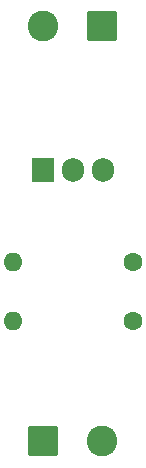
<source format=gbr>
%TF.GenerationSoftware,KiCad,Pcbnew,9.0.0*%
%TF.CreationDate,2025-03-24T16:00:58-05:00*%
%TF.ProjectId,DIIN-proyecto,4449494e-2d70-4726-9f79-6563746f2e6b,rev?*%
%TF.SameCoordinates,Original*%
%TF.FileFunction,Soldermask,Top*%
%TF.FilePolarity,Negative*%
%FSLAX46Y46*%
G04 Gerber Fmt 4.6, Leading zero omitted, Abs format (unit mm)*
G04 Created by KiCad (PCBNEW 9.0.0) date 2025-03-24 16:00:58*
%MOMM*%
%LPD*%
G01*
G04 APERTURE LIST*
G04 Aperture macros list*
%AMRoundRect*
0 Rectangle with rounded corners*
0 $1 Rounding radius*
0 $2 $3 $4 $5 $6 $7 $8 $9 X,Y pos of 4 corners*
0 Add a 4 corners polygon primitive as box body*
4,1,4,$2,$3,$4,$5,$6,$7,$8,$9,$2,$3,0*
0 Add four circle primitives for the rounded corners*
1,1,$1+$1,$2,$3*
1,1,$1+$1,$4,$5*
1,1,$1+$1,$6,$7*
1,1,$1+$1,$8,$9*
0 Add four rect primitives between the rounded corners*
20,1,$1+$1,$2,$3,$4,$5,0*
20,1,$1+$1,$4,$5,$6,$7,0*
20,1,$1+$1,$6,$7,$8,$9,0*
20,1,$1+$1,$8,$9,$2,$3,0*%
G04 Aperture macros list end*
%ADD10C,1.600000*%
%ADD11O,1.600000X1.600000*%
%ADD12R,1.905000X2.000000*%
%ADD13O,1.905000X2.000000*%
%ADD14RoundRect,0.250000X1.050000X1.050000X-1.050000X1.050000X-1.050000X-1.050000X1.050000X-1.050000X0*%
%ADD15C,2.600000*%
%ADD16RoundRect,0.250000X-1.050000X-1.050000X1.050000X-1.050000X1.050000X1.050000X-1.050000X1.050000X0*%
G04 APERTURE END LIST*
D10*
%TO.C,R4*%
X109540000Y-82500000D03*
D11*
X99380000Y-82500000D03*
%TD*%
D10*
%TO.C,R3*%
X109540000Y-77500000D03*
D11*
X99380000Y-77500000D03*
%TD*%
D12*
%TO.C,Q1*%
X101920000Y-69672500D03*
D13*
X104460000Y-69672500D03*
X107000000Y-69672500D03*
%TD*%
D14*
%TO.C,J15*%
X106960000Y-57500000D03*
D15*
X101960000Y-57500000D03*
%TD*%
D16*
%TO.C,J7*%
X101960000Y-92672500D03*
D15*
X106960000Y-92672500D03*
%TD*%
M02*

</source>
